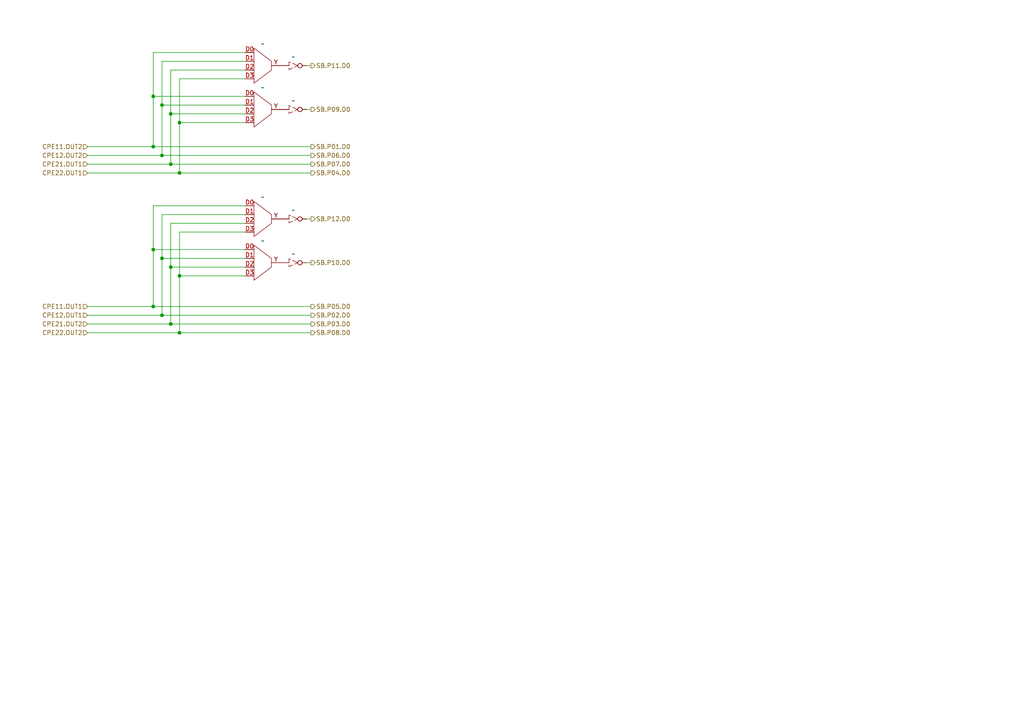
<source format=kicad_sch>
(kicad_sch
	(version 20250114)
	(generator "eeschema")
	(generator_version "9.0")
	(uuid "4e1625c5-cb0b-4f40-8426-42775e024b66")
	(paper "A4")
	(title_block
		(title "Output Multiplexer (1, 1)")
		(date "2025-10-31")
		(rev "1")
		(company "YosysHQ")
	)
	(lib_symbols
		(symbol "NOT_1"
			(exclude_from_sim no)
			(in_bom yes)
			(on_board yes)
			(property "Reference" "U"
				(at 0 0 0)
				(effects
					(font
						(size 1.27 1.27)
					)
				)
			)
			(property "Value" ""
				(at 0 0 0)
				(effects
					(font
						(size 1.27 1.27)
					)
				)
			)
			(property "Footprint" ""
				(at 0 0 0)
				(effects
					(font
						(size 1.27 1.27)
					)
					(hide yes)
				)
			)
			(property "Datasheet" ""
				(at 0 0 0)
				(effects
					(font
						(size 1.27 1.27)
					)
					(hide yes)
				)
			)
			(property "Description" ""
				(at 0 0 0)
				(effects
					(font
						(size 1.27 1.27)
					)
					(hide yes)
				)
			)
			(symbol "NOT_1_0_1"
				(polyline
					(pts
						(xy 1.27 0) (xy -1.27 1.143) (xy -1.27 -1.143) (xy 1.27 0)
					)
					(stroke
						(width 0)
						(type dash)
					)
					(fill
						(type none)
					)
				)
			)
			(symbol "NOT_1_1_1"
				(pin input line
					(at -3.81 0 0)
					(length 2.54)
					(name ""
						(effects
							(font
								(size 1.27 1.27)
							)
						)
					)
					(number ""
						(effects
							(font
								(size 1.27 1.27)
							)
						)
					)
				)
				(pin output inverted
					(at 3.81 0 180)
					(length 2.54)
					(name ""
						(effects
							(font
								(size 1.27 1.27)
							)
						)
					)
					(number ""
						(effects
							(font
								(size 1.27 1.27)
							)
						)
					)
				)
			)
			(embedded_fonts no)
		)
		(symbol "NOT_2"
			(exclude_from_sim no)
			(in_bom yes)
			(on_board yes)
			(property "Reference" "U"
				(at 0 0 0)
				(effects
					(font
						(size 1.27 1.27)
					)
				)
			)
			(property "Value" ""
				(at 0 0 0)
				(effects
					(font
						(size 1.27 1.27)
					)
				)
			)
			(property "Footprint" ""
				(at 0 0 0)
				(effects
					(font
						(size 1.27 1.27)
					)
					(hide yes)
				)
			)
			(property "Datasheet" ""
				(at 0 0 0)
				(effects
					(font
						(size 1.27 1.27)
					)
					(hide yes)
				)
			)
			(property "Description" ""
				(at 0 0 0)
				(effects
					(font
						(size 1.27 1.27)
					)
					(hide yes)
				)
			)
			(symbol "NOT_2_0_1"
				(polyline
					(pts
						(xy 1.27 0) (xy -1.27 1.143) (xy -1.27 -1.143) (xy 1.27 0)
					)
					(stroke
						(width 0)
						(type dash)
					)
					(fill
						(type none)
					)
				)
			)
			(symbol "NOT_2_1_1"
				(pin input line
					(at -3.81 0 0)
					(length 2.54)
					(name ""
						(effects
							(font
								(size 1.27 1.27)
							)
						)
					)
					(number ""
						(effects
							(font
								(size 1.27 1.27)
							)
						)
					)
				)
				(pin output inverted
					(at 3.81 0 180)
					(length 2.54)
					(name ""
						(effects
							(font
								(size 1.27 1.27)
							)
						)
					)
					(number ""
						(effects
							(font
								(size 1.27 1.27)
							)
						)
					)
				)
			)
			(embedded_fonts no)
		)
		(symbol "NOT_3"
			(exclude_from_sim no)
			(in_bom yes)
			(on_board yes)
			(property "Reference" "U"
				(at 0 0 0)
				(effects
					(font
						(size 1.27 1.27)
					)
				)
			)
			(property "Value" ""
				(at 0 0 0)
				(effects
					(font
						(size 1.27 1.27)
					)
				)
			)
			(property "Footprint" ""
				(at 0 0 0)
				(effects
					(font
						(size 1.27 1.27)
					)
					(hide yes)
				)
			)
			(property "Datasheet" ""
				(at 0 0 0)
				(effects
					(font
						(size 1.27 1.27)
					)
					(hide yes)
				)
			)
			(property "Description" ""
				(at 0 0 0)
				(effects
					(font
						(size 1.27 1.27)
					)
					(hide yes)
				)
			)
			(symbol "NOT_3_0_1"
				(polyline
					(pts
						(xy 1.27 0) (xy -1.27 1.143) (xy -1.27 -1.143) (xy 1.27 0)
					)
					(stroke
						(width 0)
						(type dash)
					)
					(fill
						(type none)
					)
				)
			)
			(symbol "NOT_3_1_1"
				(pin input line
					(at -3.81 0 0)
					(length 2.54)
					(name ""
						(effects
							(font
								(size 1.27 1.27)
							)
						)
					)
					(number ""
						(effects
							(font
								(size 1.27 1.27)
							)
						)
					)
				)
				(pin output inverted
					(at 3.81 0 180)
					(length 2.54)
					(name ""
						(effects
							(font
								(size 1.27 1.27)
							)
						)
					)
					(number ""
						(effects
							(font
								(size 1.27 1.27)
							)
						)
					)
				)
			)
			(embedded_fonts no)
		)
		(symbol "prjpeppercorn:MUX4B"
			(exclude_from_sim no)
			(in_bom yes)
			(on_board yes)
			(property "Reference" "M"
				(at 0 -3.81 0)
				(effects
					(font
						(size 1.27 1.27)
					)
				)
			)
			(property "Value" ""
				(at 0 0 0)
				(effects
					(font
						(size 1.27 1.27)
					)
				)
			)
			(property "Footprint" ""
				(at 0 0 0)
				(effects
					(font
						(size 1.27 1.27)
					)
					(hide yes)
				)
			)
			(property "Datasheet" ""
				(at 0 0 0)
				(effects
					(font
						(size 1.27 1.27)
					)
					(hide yes)
				)
			)
			(property "Description" ""
				(at 0 0 0)
				(effects
					(font
						(size 1.27 1.27)
					)
					(hide yes)
				)
			)
			(symbol "MUX4B_0_1"
				(polyline
					(pts
						(xy -2.54 -5.08) (xy -2.54 5.08) (xy 2.54 1.27) (xy 2.54 -1.27) (xy -2.54 -5.08)
					)
					(stroke
						(width 0)
						(type default)
					)
					(fill
						(type none)
					)
				)
			)
			(symbol "MUX4B_1_1"
				(pin input line
					(at -5.08 3.81 0)
					(length 2.54)
					(name ""
						(effects
							(font
								(size 1.27 1.27)
							)
						)
					)
					(number "D0"
						(effects
							(font
								(size 1.27 1.27)
							)
						)
					)
				)
				(pin input line
					(at -5.08 1.27 0)
					(length 2.54)
					(name ""
						(effects
							(font
								(size 1.27 1.27)
							)
						)
					)
					(number "D1"
						(effects
							(font
								(size 1.27 1.27)
							)
						)
					)
				)
				(pin input line
					(at -5.08 -1.27 0)
					(length 2.54)
					(name ""
						(effects
							(font
								(size 1.27 1.27)
							)
						)
					)
					(number "D2"
						(effects
							(font
								(size 1.27 1.27)
							)
						)
					)
				)
				(pin input line
					(at -5.08 -3.81 0)
					(length 2.54)
					(name ""
						(effects
							(font
								(size 1.27 1.27)
							)
						)
					)
					(number "D3"
						(effects
							(font
								(size 1.27 1.27)
							)
						)
					)
				)
				(pin output line
					(at 5.08 0 180)
					(length 2.54)
					(name ""
						(effects
							(font
								(size 1.27 1.27)
							)
						)
					)
					(number "Y"
						(effects
							(font
								(size 1.27 1.27)
							)
						)
					)
				)
			)
			(embedded_fonts no)
		)
		(symbol "prjpeppercorn:NOT"
			(exclude_from_sim no)
			(in_bom yes)
			(on_board yes)
			(property "Reference" "U"
				(at 0 0 0)
				(effects
					(font
						(size 1.27 1.27)
					)
				)
			)
			(property "Value" ""
				(at 0 0 0)
				(effects
					(font
						(size 1.27 1.27)
					)
				)
			)
			(property "Footprint" ""
				(at 0 0 0)
				(effects
					(font
						(size 1.27 1.27)
					)
					(hide yes)
				)
			)
			(property "Datasheet" ""
				(at 0 0 0)
				(effects
					(font
						(size 1.27 1.27)
					)
					(hide yes)
				)
			)
			(property "Description" ""
				(at 0 0 0)
				(effects
					(font
						(size 1.27 1.27)
					)
					(hide yes)
				)
			)
			(symbol "NOT_0_1"
				(polyline
					(pts
						(xy 1.27 0) (xy -1.27 1.143) (xy -1.27 -1.143) (xy 1.27 0)
					)
					(stroke
						(width 0)
						(type dash)
					)
					(fill
						(type none)
					)
				)
			)
			(symbol "NOT_1_1"
				(pin input line
					(at -3.81 0 0)
					(length 2.54)
					(name ""
						(effects
							(font
								(size 1.27 1.27)
							)
						)
					)
					(number ""
						(effects
							(font
								(size 1.27 1.27)
							)
						)
					)
				)
				(pin output inverted
					(at 3.81 0 180)
					(length 2.54)
					(name ""
						(effects
							(font
								(size 1.27 1.27)
							)
						)
					)
					(number ""
						(effects
							(font
								(size 1.27 1.27)
							)
						)
					)
				)
			)
			(embedded_fonts no)
		)
	)
	(junction
		(at 52.07 80.01)
		(diameter 0)
		(color 0 0 0 0)
		(uuid "121f05e3-0e44-42d7-9899-9635e7c70f9a")
	)
	(junction
		(at 44.45 88.9)
		(diameter 0)
		(color 0 0 0 0)
		(uuid "155f0fbf-8b96-4cdc-8c42-331b529d2c17")
	)
	(junction
		(at 46.99 91.44)
		(diameter 0)
		(color 0 0 0 0)
		(uuid "2a472dc7-1142-4190-a0c9-2b2dd2487e8d")
	)
	(junction
		(at 49.53 77.47)
		(diameter 0)
		(color 0 0 0 0)
		(uuid "339d6aee-7564-451d-8f37-6174a3599125")
	)
	(junction
		(at 49.53 47.625)
		(diameter 0)
		(color 0 0 0 0)
		(uuid "38f3f708-c6e6-426a-bce1-b1159986826f")
	)
	(junction
		(at 52.07 96.52)
		(diameter 0)
		(color 0 0 0 0)
		(uuid "45306e99-ce45-433b-a4c7-b21b5fea8153")
	)
	(junction
		(at 44.45 42.545)
		(diameter 0)
		(color 0 0 0 0)
		(uuid "55a44fa7-384c-4e55-aac5-0c24a5281897")
	)
	(junction
		(at 46.99 74.93)
		(diameter 0)
		(color 0 0 0 0)
		(uuid "8da0ad19-b056-4cdf-a90f-5afdfaac8f7b")
	)
	(junction
		(at 52.07 35.56)
		(diameter 0)
		(color 0 0 0 0)
		(uuid "8dd896aa-d228-4516-8716-5f4fc0a77e84")
	)
	(junction
		(at 46.99 45.085)
		(diameter 0)
		(color 0 0 0 0)
		(uuid "9a45283b-473b-4012-8740-011bd28ab895")
	)
	(junction
		(at 44.45 72.39)
		(diameter 0)
		(color 0 0 0 0)
		(uuid "c8818104-7c48-42eb-a3d4-dbe92c1d8783")
	)
	(junction
		(at 49.53 33.02)
		(diameter 0)
		(color 0 0 0 0)
		(uuid "c95169bf-662d-4067-8dfa-8ce8dcfab123")
	)
	(junction
		(at 52.07 50.165)
		(diameter 0)
		(color 0 0 0 0)
		(uuid "dc4a80ce-039b-4822-95ae-fdd5e676e3d7")
	)
	(junction
		(at 44.45 27.94)
		(diameter 0)
		(color 0 0 0 0)
		(uuid "dc61433d-9dfd-4e0f-92d1-823dd52e9895")
	)
	(junction
		(at 46.99 30.48)
		(diameter 0)
		(color 0 0 0 0)
		(uuid "df199471-3ca9-4fe5-98fd-d9cb45e94b59")
	)
	(junction
		(at 49.53 93.98)
		(diameter 0)
		(color 0 0 0 0)
		(uuid "f4dc36b7-cc23-4f5a-965d-4f6bc689f2ba")
	)
	(wire
		(pts
			(xy 49.53 93.98) (xy 90.17 93.98)
		)
		(stroke
			(width 0)
			(type default)
		)
		(uuid "0e041bab-e49e-42f2-89c5-3568b42b7e14")
	)
	(wire
		(pts
			(xy 52.07 96.52) (xy 90.17 96.52)
		)
		(stroke
			(width 0)
			(type default)
		)
		(uuid "14b0991e-89c9-41e9-a889-cffe49234446")
	)
	(wire
		(pts
			(xy 25.4 45.085) (xy 46.99 45.085)
		)
		(stroke
			(width 0)
			(type default)
		)
		(uuid "1592c2d5-b3cc-475c-a06a-373f7c65c7f8")
	)
	(wire
		(pts
			(xy 46.99 91.44) (xy 90.17 91.44)
		)
		(stroke
			(width 0)
			(type default)
		)
		(uuid "15959be6-2852-4baa-ab0e-6eb957176b5c")
	)
	(wire
		(pts
			(xy 25.4 42.545) (xy 44.45 42.545)
		)
		(stroke
			(width 0)
			(type default)
		)
		(uuid "1a47624e-93be-40f2-a422-7f275df14771")
	)
	(wire
		(pts
			(xy 46.99 62.23) (xy 46.99 74.93)
		)
		(stroke
			(width 0)
			(type default)
		)
		(uuid "1a7cd1d4-d87a-42e0-97ca-abcdde60eac4")
	)
	(wire
		(pts
			(xy 88.9 63.5) (xy 90.17 63.5)
		)
		(stroke
			(width 0)
			(type default)
		)
		(uuid "1fb15e66-9516-4358-ac76-9169cfbde1b7")
	)
	(wire
		(pts
			(xy 49.53 47.625) (xy 90.17 47.625)
		)
		(stroke
			(width 0)
			(type default)
		)
		(uuid "204945e5-45bc-4c06-9d4f-6fee81ca643a")
	)
	(wire
		(pts
			(xy 44.45 42.545) (xy 44.45 27.94)
		)
		(stroke
			(width 0)
			(type default)
		)
		(uuid "2214e770-d225-4199-a4f1-98dba265a05a")
	)
	(wire
		(pts
			(xy 52.07 80.01) (xy 52.07 96.52)
		)
		(stroke
			(width 0)
			(type default)
		)
		(uuid "2e672cae-f7de-4504-bbda-a4067f109d9c")
	)
	(wire
		(pts
			(xy 52.07 50.165) (xy 90.17 50.165)
		)
		(stroke
			(width 0)
			(type default)
		)
		(uuid "31b2933c-9b44-4cff-b59e-8e2ee941b673")
	)
	(wire
		(pts
			(xy 44.45 88.9) (xy 44.45 72.39)
		)
		(stroke
			(width 0)
			(type default)
		)
		(uuid "34357ca6-cd4e-425b-88b3-a974b88ef4be")
	)
	(wire
		(pts
			(xy 44.45 27.94) (xy 71.12 27.94)
		)
		(stroke
			(width 0)
			(type default)
		)
		(uuid "3f0069bf-6fed-4320-ae5e-5a12fce6c355")
	)
	(wire
		(pts
			(xy 52.07 22.86) (xy 52.07 35.56)
		)
		(stroke
			(width 0)
			(type default)
		)
		(uuid "4557799d-7ffa-4d9e-b6fe-a1b905b76f92")
	)
	(wire
		(pts
			(xy 46.99 45.085) (xy 90.17 45.085)
		)
		(stroke
			(width 0)
			(type default)
		)
		(uuid "4ec92ff4-a9f4-4cb3-a6cc-960559961d52")
	)
	(wire
		(pts
			(xy 46.99 74.93) (xy 71.12 74.93)
		)
		(stroke
			(width 0)
			(type default)
		)
		(uuid "51dbf3ea-d682-4256-a39e-29c041134cc8")
	)
	(wire
		(pts
			(xy 44.45 72.39) (xy 44.45 59.69)
		)
		(stroke
			(width 0)
			(type default)
		)
		(uuid "59e88b44-f472-4968-ae29-738bc9ce685c")
	)
	(wire
		(pts
			(xy 44.45 88.9) (xy 90.17 88.9)
		)
		(stroke
			(width 0)
			(type default)
		)
		(uuid "5ab67fc4-abf0-42da-b8bc-8690f85652d9")
	)
	(wire
		(pts
			(xy 52.07 80.01) (xy 71.12 80.01)
		)
		(stroke
			(width 0)
			(type default)
		)
		(uuid "5cb5725f-697a-4d2f-ac0c-effa0adf6fd2")
	)
	(wire
		(pts
			(xy 25.4 88.9) (xy 44.45 88.9)
		)
		(stroke
			(width 0)
			(type default)
		)
		(uuid "5d7a1f11-7c1c-4b66-a1c6-0132a4fdd681")
	)
	(wire
		(pts
			(xy 46.99 30.48) (xy 71.12 30.48)
		)
		(stroke
			(width 0)
			(type default)
		)
		(uuid "69ba18ec-8446-4383-b12d-e36c745af724")
	)
	(wire
		(pts
			(xy 71.12 22.86) (xy 52.07 22.86)
		)
		(stroke
			(width 0)
			(type default)
		)
		(uuid "6e95363f-8005-4727-a702-d8821420c0c7")
	)
	(wire
		(pts
			(xy 71.12 67.31) (xy 52.07 67.31)
		)
		(stroke
			(width 0)
			(type default)
		)
		(uuid "7336d21b-bde6-495e-8a8c-2aa96757d9a7")
	)
	(wire
		(pts
			(xy 71.12 64.77) (xy 49.53 64.77)
		)
		(stroke
			(width 0)
			(type default)
		)
		(uuid "748630f8-1acd-41c7-9dad-ee295c265642")
	)
	(wire
		(pts
			(xy 49.53 77.47) (xy 71.12 77.47)
		)
		(stroke
			(width 0)
			(type default)
		)
		(uuid "7510ca23-94ce-4bd0-9126-934320fde38d")
	)
	(wire
		(pts
			(xy 49.53 77.47) (xy 49.53 93.98)
		)
		(stroke
			(width 0)
			(type default)
		)
		(uuid "75ece6f3-cd9a-49b2-9434-88065a99ac47")
	)
	(wire
		(pts
			(xy 25.4 50.165) (xy 52.07 50.165)
		)
		(stroke
			(width 0)
			(type default)
		)
		(uuid "7acac553-c5a7-4684-b536-05bba65d1f3d")
	)
	(wire
		(pts
			(xy 44.45 15.24) (xy 71.12 15.24)
		)
		(stroke
			(width 0)
			(type default)
		)
		(uuid "7d0d86a7-421e-4495-b47b-f22588feb2f3")
	)
	(wire
		(pts
			(xy 88.9 76.2) (xy 90.17 76.2)
		)
		(stroke
			(width 0)
			(type default)
		)
		(uuid "7dc64e90-97c7-43c9-a44b-5e047596e2b8")
	)
	(wire
		(pts
			(xy 44.45 59.69) (xy 71.12 59.69)
		)
		(stroke
			(width 0)
			(type default)
		)
		(uuid "81a32e4a-f454-4409-84ff-a074b2cdd3b1")
	)
	(wire
		(pts
			(xy 25.4 91.44) (xy 46.99 91.44)
		)
		(stroke
			(width 0)
			(type default)
		)
		(uuid "82d66267-27fa-4ac1-b8a9-038a2de3b5e9")
	)
	(wire
		(pts
			(xy 44.45 27.94) (xy 44.45 15.24)
		)
		(stroke
			(width 0)
			(type default)
		)
		(uuid "88280e51-5cc2-4a2a-b9f8-6d592f4c7400")
	)
	(wire
		(pts
			(xy 52.07 35.56) (xy 52.07 50.165)
		)
		(stroke
			(width 0)
			(type default)
		)
		(uuid "978755c3-1cc6-4781-bc0c-d54d42e300b8")
	)
	(wire
		(pts
			(xy 46.99 17.78) (xy 71.12 17.78)
		)
		(stroke
			(width 0)
			(type default)
		)
		(uuid "9830ad51-2c19-4035-97fa-ee3272f031f2")
	)
	(wire
		(pts
			(xy 71.12 20.32) (xy 49.53 20.32)
		)
		(stroke
			(width 0)
			(type default)
		)
		(uuid "9f8bcff0-2594-450d-9e67-f90259b2962c")
	)
	(wire
		(pts
			(xy 49.53 20.32) (xy 49.53 33.02)
		)
		(stroke
			(width 0)
			(type default)
		)
		(uuid "a6c38534-6f7b-4699-ae21-c18090a0abbd")
	)
	(wire
		(pts
			(xy 25.4 93.98) (xy 49.53 93.98)
		)
		(stroke
			(width 0)
			(type default)
		)
		(uuid "ad60588a-3185-4361-89e4-73b685924bcb")
	)
	(wire
		(pts
			(xy 46.99 30.48) (xy 46.99 45.085)
		)
		(stroke
			(width 0)
			(type default)
		)
		(uuid "b262e356-04a4-4d34-bdc9-f9aa9db99643")
	)
	(wire
		(pts
			(xy 25.4 47.625) (xy 49.53 47.625)
		)
		(stroke
			(width 0)
			(type default)
		)
		(uuid "b3416ab7-009c-4dde-8080-7bd7fe805e43")
	)
	(wire
		(pts
			(xy 71.12 62.23) (xy 46.99 62.23)
		)
		(stroke
			(width 0)
			(type default)
		)
		(uuid "b3c4982b-ab0b-4a2a-991c-0057b3983220")
	)
	(wire
		(pts
			(xy 44.45 72.39) (xy 71.12 72.39)
		)
		(stroke
			(width 0)
			(type default)
		)
		(uuid "b5ce1f94-6c0e-467d-aa43-7bb391854b6b")
	)
	(wire
		(pts
			(xy 88.9 19.05) (xy 90.17 19.05)
		)
		(stroke
			(width 0)
			(type default)
		)
		(uuid "b69336cf-7c9e-4dae-a2c5-12d9a200c312")
	)
	(wire
		(pts
			(xy 52.07 67.31) (xy 52.07 80.01)
		)
		(stroke
			(width 0)
			(type default)
		)
		(uuid "b8ab51c8-79d5-419e-b686-55d993725e55")
	)
	(wire
		(pts
			(xy 44.45 42.545) (xy 90.17 42.545)
		)
		(stroke
			(width 0)
			(type default)
		)
		(uuid "ccd277e2-0a26-4cb2-bcdc-2ca738eb6d56")
	)
	(wire
		(pts
			(xy 71.12 33.02) (xy 49.53 33.02)
		)
		(stroke
			(width 0)
			(type default)
		)
		(uuid "d1d284f7-fa9c-4536-8b45-89169984f119")
	)
	(wire
		(pts
			(xy 88.9 31.75) (xy 90.17 31.75)
		)
		(stroke
			(width 0)
			(type default)
		)
		(uuid "d416ab5c-dfbd-4fdb-a1e1-6d1bdbfcbfd5")
	)
	(wire
		(pts
			(xy 46.99 74.93) (xy 46.99 91.44)
		)
		(stroke
			(width 0)
			(type default)
		)
		(uuid "df3de549-f80d-48f9-b7ae-b818aced6810")
	)
	(wire
		(pts
			(xy 71.12 35.56) (xy 52.07 35.56)
		)
		(stroke
			(width 0)
			(type default)
		)
		(uuid "e363ee6a-e1a3-4d09-821a-178ace24f5e0")
	)
	(wire
		(pts
			(xy 46.99 30.48) (xy 46.99 17.78)
		)
		(stroke
			(width 0)
			(type default)
		)
		(uuid "e428a0f5-feb7-4c08-a77b-806b4af81ba3")
	)
	(wire
		(pts
			(xy 25.4 96.52) (xy 52.07 96.52)
		)
		(stroke
			(width 0)
			(type default)
		)
		(uuid "e8a3e1a3-32da-4b1d-ab7f-df3bee4b8b58")
	)
	(wire
		(pts
			(xy 49.53 64.77) (xy 49.53 77.47)
		)
		(stroke
			(width 0)
			(type default)
		)
		(uuid "f23be391-85fb-4411-8b86-4c3a90243f42")
	)
	(wire
		(pts
			(xy 49.53 33.02) (xy 49.53 47.625)
		)
		(stroke
			(width 0)
			(type default)
		)
		(uuid "f6f38626-8ad0-43bf-ba9b-273c9603e9b5")
	)
	(hierarchical_label "SB.P07.D0"
		(shape output)
		(at 90.17 47.625 0)
		(effects
			(font
				(size 1.27 1.27)
			)
			(justify left)
		)
		(uuid "01c64819-d1ba-47fd-b051-4d356b072224")
	)
	(hierarchical_label "CPE21.OUT1"
		(shape input)
		(at 25.4 47.625 180)
		(effects
			(font
				(size 1.27 1.27)
			)
			(justify right)
		)
		(uuid "0738e2cb-7596-42e5-9a0b-1ede76f398ca")
	)
	(hierarchical_label "CPE22.OUT2"
		(shape input)
		(at 25.4 96.52 180)
		(effects
			(font
				(size 1.27 1.27)
			)
			(justify right)
		)
		(uuid "0e419f17-1748-4147-9b6f-bd9bf2600208")
	)
	(hierarchical_label "SB.P12.D0"
		(shape output)
		(at 90.17 63.5 0)
		(effects
			(font
				(size 1.27 1.27)
			)
			(justify left)
		)
		(uuid "1629dbf4-3b50-4243-bf78-3989f8f6c4f8")
	)
	(hierarchical_label "SB.P06.D0"
		(shape output)
		(at 90.17 45.085 0)
		(effects
			(font
				(size 1.27 1.27)
			)
			(justify left)
		)
		(uuid "173a30da-c0f6-4f28-a44b-225b28b7033a")
	)
	(hierarchical_label "CPE22.OUT1"
		(shape input)
		(at 25.4 50.165 180)
		(effects
			(font
				(size 1.27 1.27)
			)
			(justify right)
		)
		(uuid "3ee2fb78-93cc-41a9-bff3-83c797105092")
	)
	(hierarchical_label "SB.P05.D0"
		(shape output)
		(at 90.17 88.9 0)
		(effects
			(font
				(size 1.27 1.27)
			)
			(justify left)
		)
		(uuid "44a08b5a-42ca-41f8-8f13-d224f3efe3fd")
	)
	(hierarchical_label "CPE12.OUT1"
		(shape input)
		(at 25.4 91.44 180)
		(effects
			(font
				(size 1.27 1.27)
			)
			(justify right)
		)
		(uuid "44dab781-f2c8-4c26-aa82-ec6b16fec528")
	)
	(hierarchical_label "SB.P09.D0"
		(shape output)
		(at 90.17 31.75 0)
		(effects
			(font
				(size 1.27 1.27)
			)
			(justify left)
		)
		(uuid "484bd283-94d0-46a5-98b1-bcee4d8fe8b1")
	)
	(hierarchical_label "CPE21.OUT2"
		(shape input)
		(at 25.4 93.98 180)
		(effects
			(font
				(size 1.27 1.27)
			)
			(justify right)
		)
		(uuid "4a968eae-9c01-4c8f-bf29-8d1582f3e929")
	)
	(hierarchical_label "SB.P03.D0"
		(shape output)
		(at 90.17 93.98 0)
		(effects
			(font
				(size 1.27 1.27)
			)
			(justify left)
		)
		(uuid "4e461735-1c05-4c65-86da-f88aacf7c751")
	)
	(hierarchical_label "CPE11.OUT2"
		(shape input)
		(at 25.4 42.545 180)
		(effects
			(font
				(size 1.27 1.27)
			)
			(justify right)
		)
		(uuid "773a0fa0-0210-440e-bd5e-f77fa9dd5d60")
	)
	(hierarchical_label "SB.P02.D0"
		(shape output)
		(at 90.17 91.44 0)
		(effects
			(font
				(size 1.27 1.27)
			)
			(justify left)
		)
		(uuid "7aaee6c2-2a69-4b31-948b-042ddfdac6d6")
	)
	(hierarchical_label "CPE12.OUT2"
		(shape input)
		(at 25.4 45.085 180)
		(effects
			(font
				(size 1.27 1.27)
			)
			(justify right)
		)
		(uuid "95398980-943f-4536-890f-d82bb38a4edb")
	)
	(hierarchical_label "SB.P11.D0"
		(shape output)
		(at 90.17 19.05 0)
		(effects
			(font
				(size 1.27 1.27)
			)
			(justify left)
		)
		(uuid "a00a3c0b-5a96-4d2c-ad83-af70f5784b66")
	)
	(hierarchical_label "SB.P08.D0"
		(shape output)
		(at 90.17 96.52 0)
		(effects
			(font
				(size 1.27 1.27)
			)
			(justify left)
		)
		(uuid "ac8d5e27-41d5-4401-bdac-1af50b081f2a")
	)
	(hierarchical_label "SB.P10.D0"
		(shape output)
		(at 90.17 76.2 0)
		(effects
			(font
				(size 1.27 1.27)
			)
			(justify left)
		)
		(uuid "c87cb2c2-ded7-4ec0-bf5b-abfaaba7ff7f")
	)
	(hierarchical_label "SB.P04.D0"
		(shape output)
		(at 90.17 50.165 0)
		(effects
			(font
				(size 1.27 1.27)
			)
			(justify left)
		)
		(uuid "d0b87740-9a0f-4828-b088-27501f4070ea")
	)
	(hierarchical_label "SB.P01.D0"
		(shape output)
		(at 90.17 42.545 0)
		(effects
			(font
				(size 1.27 1.27)
			)
			(justify left)
		)
		(uuid "dcc31e81-5572-4c5b-a6f4-3b5c459ea4b0")
	)
	(hierarchical_label "CPE11.OUT1"
		(shape input)
		(at 25.4 88.9 180)
		(effects
			(font
				(size 1.27 1.27)
			)
			(justify right)
		)
		(uuid "fd53bd8f-ac06-4600-bc8d-b8834de4c30c")
	)
	(symbol
		(lib_name "NOT_1")
		(lib_id "prjpeppercorn:NOT")
		(at 85.09 76.2 0)
		(unit 1)
		(exclude_from_sim no)
		(in_bom yes)
		(on_board yes)
		(dnp no)
		(fields_autoplaced yes)
		(uuid "40ae6b82-a783-4d78-a5cd-65d65b1c54c2")
		(property "Reference" "U12"
			(at 85.09 71.12 0)
			(effects
				(font
					(size 1.27 1.27)
				)
				(hide yes)
			)
		)
		(property "Value" "~"
			(at 85.09 73.66 0)
			(effects
				(font
					(size 1.27 1.27)
				)
			)
		)
		(property "Footprint" ""
			(at 85.09 76.2 0)
			(effects
				(font
					(size 1.27 1.27)
				)
				(hide yes)
			)
		)
		(property "Datasheet" ""
			(at 85.09 76.2 0)
			(effects
				(font
					(size 1.27 1.27)
				)
				(hide yes)
			)
		)
		(property "Description" ""
			(at 85.09 76.2 0)
			(effects
				(font
					(size 1.27 1.27)
				)
				(hide yes)
			)
		)
		(pin ""
			(uuid "0a225d54-b368-4af6-842b-6fafd846695e")
		)
		(pin ""
			(uuid "3a02070f-65bd-4857-b9df-ae09127454a7")
		)
		(instances
			(project "prjpeppercorn"
				(path "/5a7723f7-3f6f-437e-b958-e402b06d3f54/34831ec2-2eb1-4676-b8e6-3ac5bc5ad32e"
					(reference "U2112")
					(unit 1)
				)
				(path "/5a7723f7-3f6f-437e-b958-e402b06d3f54/7f0a652f-db38-48df-b50d-37a3c6c9c68e"
					(reference "U2120")
					(unit 1)
				)
				(path "/5a7723f7-3f6f-437e-b958-e402b06d3f54/a1bd1bf1-363d-423a-8846-17236a10f502"
					(reference "U2128")
					(unit 1)
				)
				(path "/5a7723f7-3f6f-437e-b958-e402b06d3f54/beb8f9ac-f817-4571-9190-d477fd827e5c"
					(reference "U12")
					(unit 1)
				)
			)
		)
	)
	(symbol
		(lib_name "NOT_3")
		(lib_id "prjpeppercorn:NOT")
		(at 85.09 31.75 0)
		(unit 1)
		(exclude_from_sim no)
		(in_bom yes)
		(on_board yes)
		(dnp no)
		(fields_autoplaced yes)
		(uuid "4fd98406-8c21-42dd-8ab7-dfc67047ab37")
		(property "Reference" "U14"
			(at 85.09 26.67 0)
			(effects
				(font
					(size 1.27 1.27)
				)
				(hide yes)
			)
		)
		(property "Value" "~"
			(at 85.09 29.21 0)
			(effects
				(font
					(size 1.27 1.27)
				)
			)
		)
		(property "Footprint" ""
			(at 85.09 31.75 0)
			(effects
				(font
					(size 1.27 1.27)
				)
				(hide yes)
			)
		)
		(property "Datasheet" ""
			(at 85.09 31.75 0)
			(effects
				(font
					(size 1.27 1.27)
				)
				(hide yes)
			)
		)
		(property "Description" ""
			(at 85.09 31.75 0)
			(effects
				(font
					(size 1.27 1.27)
				)
				(hide yes)
			)
		)
		(pin ""
			(uuid "ff9faa2f-f29c-4495-bcb4-a353eb18efa5")
		)
		(pin ""
			(uuid "572a2e48-bf0d-4299-8d5b-efe30eebd35b")
		)
		(instances
			(project "prjpeppercorn"
				(path "/5a7723f7-3f6f-437e-b958-e402b06d3f54/34831ec2-2eb1-4676-b8e6-3ac5bc5ad32e"
					(reference "U2110")
					(unit 1)
				)
				(path "/5a7723f7-3f6f-437e-b958-e402b06d3f54/7f0a652f-db38-48df-b50d-37a3c6c9c68e"
					(reference "U2118")
					(unit 1)
				)
				(path "/5a7723f7-3f6f-437e-b958-e402b06d3f54/a1bd1bf1-363d-423a-8846-17236a10f502"
					(reference "U2126")
					(unit 1)
				)
				(path "/5a7723f7-3f6f-437e-b958-e402b06d3f54/beb8f9ac-f817-4571-9190-d477fd827e5c"
					(reference "U14")
					(unit 1)
				)
			)
		)
	)
	(symbol
		(lib_id "prjpeppercorn:MUX4B")
		(at 76.2 63.5 0)
		(unit 1)
		(exclude_from_sim no)
		(in_bom yes)
		(on_board yes)
		(dnp no)
		(fields_autoplaced yes)
		(uuid "5cecdf97-b070-4198-8e65-e199f5b0ffee")
		(property "Reference" "M11"
			(at 76.2 54.61 0)
			(effects
				(font
					(size 1.27 1.27)
				)
				(hide yes)
			)
		)
		(property "Value" "~"
			(at 76.2 57.15 0)
			(effects
				(font
					(size 1.27 1.27)
				)
			)
		)
		(property "Footprint" ""
			(at 76.2 63.5 0)
			(effects
				(font
					(size 1.27 1.27)
				)
				(hide yes)
			)
		)
		(property "Datasheet" ""
			(at 76.2 63.5 0)
			(effects
				(font
					(size 1.27 1.27)
				)
				(hide yes)
			)
		)
		(property "Description" ""
			(at 76.2 63.5 0)
			(effects
				(font
					(size 1.27 1.27)
				)
				(hide yes)
			)
		)
		(pin "D2"
			(uuid "ea6de1ed-14ff-4f42-b2f8-e92fc47af1d8")
		)
		(pin "D1"
			(uuid "17d38158-e329-4efd-a52c-54c5fe1e1d57")
		)
		(pin "D0"
			(uuid "9239ac39-af38-473c-a708-5698f7fac383")
		)
		(pin "D3"
			(uuid "f3f8ff5e-02c7-45bf-b7c0-e7cc9e79fbf5")
		)
		(pin "Y"
			(uuid "1f1e26dd-e063-41e1-8602-702fbf875ff4")
		)
		(instances
			(project "prjpeppercorn"
				(path "/5a7723f7-3f6f-437e-b958-e402b06d3f54/34831ec2-2eb1-4676-b8e6-3ac5bc5ad32e"
					(reference "M816")
					(unit 1)
				)
				(path "/5a7723f7-3f6f-437e-b958-e402b06d3f54/7f0a652f-db38-48df-b50d-37a3c6c9c68e"
					(reference "M824")
					(unit 1)
				)
				(path "/5a7723f7-3f6f-437e-b958-e402b06d3f54/a1bd1bf1-363d-423a-8846-17236a10f502"
					(reference "M832")
					(unit 1)
				)
				(path "/5a7723f7-3f6f-437e-b958-e402b06d3f54/beb8f9ac-f817-4571-9190-d477fd827e5c"
					(reference "M11")
					(unit 1)
				)
			)
		)
	)
	(symbol
		(lib_name "NOT_2")
		(lib_id "prjpeppercorn:NOT")
		(at 85.09 19.05 0)
		(unit 1)
		(exclude_from_sim no)
		(in_bom yes)
		(on_board yes)
		(dnp no)
		(fields_autoplaced yes)
		(uuid "68e2a374-9401-4a74-b391-74cc405a980a")
		(property "Reference" "U13"
			(at 85.09 13.97 0)
			(effects
				(font
					(size 1.27 1.27)
				)
				(hide yes)
			)
		)
		(property "Value" "~"
			(at 85.09 16.51 0)
			(effects
				(font
					(size 1.27 1.27)
				)
			)
		)
		(property "Footprint" ""
			(at 85.09 19.05 0)
			(effects
				(font
					(size 1.27 1.27)
				)
				(hide yes)
			)
		)
		(property "Datasheet" ""
			(at 85.09 19.05 0)
			(effects
				(font
					(size 1.27 1.27)
				)
				(hide yes)
			)
		)
		(property "Description" ""
			(at 85.09 19.05 0)
			(effects
				(font
					(size 1.27 1.27)
				)
				(hide yes)
			)
		)
		(pin ""
			(uuid "1665a911-1923-420f-ab34-7135dbee7168")
		)
		(pin ""
			(uuid "9fb531f2-c111-472a-8e89-7de5e6a253c4")
		)
		(instances
			(project "prjpeppercorn"
				(path "/5a7723f7-3f6f-437e-b958-e402b06d3f54/34831ec2-2eb1-4676-b8e6-3ac5bc5ad32e"
					(reference "U2109")
					(unit 1)
				)
				(path "/5a7723f7-3f6f-437e-b958-e402b06d3f54/7f0a652f-db38-48df-b50d-37a3c6c9c68e"
					(reference "U2117")
					(unit 1)
				)
				(path "/5a7723f7-3f6f-437e-b958-e402b06d3f54/a1bd1bf1-363d-423a-8846-17236a10f502"
					(reference "U2125")
					(unit 1)
				)
				(path "/5a7723f7-3f6f-437e-b958-e402b06d3f54/beb8f9ac-f817-4571-9190-d477fd827e5c"
					(reference "U13")
					(unit 1)
				)
			)
		)
	)
	(symbol
		(lib_id "prjpeppercorn:MUX4B")
		(at 76.2 31.75 0)
		(unit 1)
		(exclude_from_sim no)
		(in_bom yes)
		(on_board yes)
		(dnp no)
		(fields_autoplaced yes)
		(uuid "82776097-bab6-4245-9a9f-bbb1b8167173")
		(property "Reference" "M14"
			(at 76.2 22.86 0)
			(effects
				(font
					(size 1.27 1.27)
				)
				(hide yes)
			)
		)
		(property "Value" "~"
			(at 76.2 25.4 0)
			(effects
				(font
					(size 1.27 1.27)
				)
			)
		)
		(property "Footprint" ""
			(at 76.2 31.75 0)
			(effects
				(font
					(size 1.27 1.27)
				)
				(hide yes)
			)
		)
		(property "Datasheet" ""
			(at 76.2 31.75 0)
			(effects
				(font
					(size 1.27 1.27)
				)
				(hide yes)
			)
		)
		(property "Description" ""
			(at 76.2 31.75 0)
			(effects
				(font
					(size 1.27 1.27)
				)
				(hide yes)
			)
		)
		(pin "D2"
			(uuid "ff7b7ebd-00a1-4f57-98e0-556d69ffd32d")
		)
		(pin "D1"
			(uuid "840180ab-7bdf-4af8-b013-6d81f710c351")
		)
		(pin "D0"
			(uuid "d5cd3808-3267-46ab-bc8a-3b9e933972e0")
		)
		(pin "D3"
			(uuid "26eb735d-508e-45c2-be81-a6c94c2ddc68")
		)
		(pin "Y"
			(uuid "7fa98e26-e40f-466b-8265-ef1ce08b233c")
		)
		(instances
			(project "prjpeppercorn"
				(path "/5a7723f7-3f6f-437e-b958-e402b06d3f54/34831ec2-2eb1-4676-b8e6-3ac5bc5ad32e"
					(reference "M815")
					(unit 1)
				)
				(path "/5a7723f7-3f6f-437e-b958-e402b06d3f54/7f0a652f-db38-48df-b50d-37a3c6c9c68e"
					(reference "M823")
					(unit 1)
				)
				(path "/5a7723f7-3f6f-437e-b958-e402b06d3f54/a1bd1bf1-363d-423a-8846-17236a10f502"
					(reference "M831")
					(unit 1)
				)
				(path "/5a7723f7-3f6f-437e-b958-e402b06d3f54/beb8f9ac-f817-4571-9190-d477fd827e5c"
					(reference "M14")
					(unit 1)
				)
			)
		)
	)
	(symbol
		(lib_id "prjpeppercorn:NOT")
		(at 85.09 63.5 0)
		(unit 1)
		(exclude_from_sim no)
		(in_bom yes)
		(on_board yes)
		(dnp no)
		(fields_autoplaced yes)
		(uuid "87da2369-88ab-42f6-90e0-285ac66ecf6f")
		(property "Reference" "U11"
			(at 85.09 58.42 0)
			(effects
				(font
					(size 1.27 1.27)
				)
				(hide yes)
			)
		)
		(property "Value" "~"
			(at 85.09 60.96 0)
			(effects
				(font
					(size 1.27 1.27)
				)
			)
		)
		(property "Footprint" ""
			(at 85.09 63.5 0)
			(effects
				(font
					(size 1.27 1.27)
				)
				(hide yes)
			)
		)
		(property "Datasheet" ""
			(at 85.09 63.5 0)
			(effects
				(font
					(size 1.27 1.27)
				)
				(hide yes)
			)
		)
		(property "Description" ""
			(at 85.09 63.5 0)
			(effects
				(font
					(size 1.27 1.27)
				)
				(hide yes)
			)
		)
		(pin ""
			(uuid "e94befd1-2f9f-4836-98b6-f606a3683c2d")
		)
		(pin ""
			(uuid "eb64fd90-b696-48ec-9473-792c419111f8")
		)
		(instances
			(project "prjpeppercorn"
				(path "/5a7723f7-3f6f-437e-b958-e402b06d3f54/34831ec2-2eb1-4676-b8e6-3ac5bc5ad32e"
					(reference "U2111")
					(unit 1)
				)
				(path "/5a7723f7-3f6f-437e-b958-e402b06d3f54/7f0a652f-db38-48df-b50d-37a3c6c9c68e"
					(reference "U2119")
					(unit 1)
				)
				(path "/5a7723f7-3f6f-437e-b958-e402b06d3f54/a1bd1bf1-363d-423a-8846-17236a10f502"
					(reference "U2127")
					(unit 1)
				)
				(path "/5a7723f7-3f6f-437e-b958-e402b06d3f54/beb8f9ac-f817-4571-9190-d477fd827e5c"
					(reference "U11")
					(unit 1)
				)
			)
		)
	)
	(symbol
		(lib_id "prjpeppercorn:MUX4B")
		(at 76.2 76.2 0)
		(unit 1)
		(exclude_from_sim no)
		(in_bom yes)
		(on_board yes)
		(dnp no)
		(fields_autoplaced yes)
		(uuid "8a8310b9-c978-444e-a169-522cf184efd7")
		(property "Reference" "M12"
			(at 76.2 67.31 0)
			(effects
				(font
					(size 1.27 1.27)
				)
				(hide yes)
			)
		)
		(property "Value" "~"
			(at 76.2 69.85 0)
			(effects
				(font
					(size 1.27 1.27)
				)
			)
		)
		(property "Footprint" ""
			(at 76.2 76.2 0)
			(effects
				(font
					(size 1.27 1.27)
				)
				(hide yes)
			)
		)
		(property "Datasheet" ""
			(at 76.2 76.2 0)
			(effects
				(font
					(size 1.27 1.27)
				)
				(hide yes)
			)
		)
		(property "Description" ""
			(at 76.2 76.2 0)
			(effects
				(font
					(size 1.27 1.27)
				)
				(hide yes)
			)
		)
		(pin "D2"
			(uuid "5acf3126-7240-4f7d-8ba1-ab5f4cc6a25a")
		)
		(pin "D1"
			(uuid "d3b1e3be-c5fc-40c9-ad4a-41a181c21c2f")
		)
		(pin "D0"
			(uuid "4c73b27a-ab12-4038-a979-40f420e4bd3a")
		)
		(pin "D3"
			(uuid "025fecb2-ba42-44a4-8658-6e9224f19d93")
		)
		(pin "Y"
			(uuid "760266e8-b5b8-4bee-a7a7-3ff0740a9c94")
		)
		(instances
			(project "prjpeppercorn"
				(path "/5a7723f7-3f6f-437e-b958-e402b06d3f54/34831ec2-2eb1-4676-b8e6-3ac5bc5ad32e"
					(reference "M817")
					(unit 1)
				)
				(path "/5a7723f7-3f6f-437e-b958-e402b06d3f54/7f0a652f-db38-48df-b50d-37a3c6c9c68e"
					(reference "M825")
					(unit 1)
				)
				(path "/5a7723f7-3f6f-437e-b958-e402b06d3f54/a1bd1bf1-363d-423a-8846-17236a10f502"
					(reference "M833")
					(unit 1)
				)
				(path "/5a7723f7-3f6f-437e-b958-e402b06d3f54/beb8f9ac-f817-4571-9190-d477fd827e5c"
					(reference "M12")
					(unit 1)
				)
			)
		)
	)
	(symbol
		(lib_id "prjpeppercorn:MUX4B")
		(at 76.2 19.05 0)
		(unit 1)
		(exclude_from_sim no)
		(in_bom yes)
		(on_board yes)
		(dnp no)
		(fields_autoplaced yes)
		(uuid "e1ee18f8-a626-46f8-ba04-ab024929109a")
		(property "Reference" "M13"
			(at 76.2 10.16 0)
			(effects
				(font
					(size 1.27 1.27)
				)
				(hide yes)
			)
		)
		(property "Value" "~"
			(at 76.2 12.7 0)
			(effects
				(font
					(size 1.27 1.27)
				)
			)
		)
		(property "Footprint" ""
			(at 76.2 19.05 0)
			(effects
				(font
					(size 1.27 1.27)
				)
				(hide yes)
			)
		)
		(property "Datasheet" ""
			(at 76.2 19.05 0)
			(effects
				(font
					(size 1.27 1.27)
				)
				(hide yes)
			)
		)
		(property "Description" ""
			(at 76.2 19.05 0)
			(effects
				(font
					(size 1.27 1.27)
				)
				(hide yes)
			)
		)
		(pin "D2"
			(uuid "03fa3d8e-586d-4a9a-a236-ac1ec7e1a428")
		)
		(pin "D1"
			(uuid "34876241-1721-4136-8378-2e284b0df7ef")
		)
		(pin "D0"
			(uuid "4eabbe8b-0904-4dec-aecc-552c2acb5add")
		)
		(pin "D3"
			(uuid "2e655637-d109-48c4-bcc7-53c876fe20f4")
		)
		(pin "Y"
			(uuid "d17db9b9-6833-4827-a88c-f91865525e00")
		)
		(instances
			(project "prjpeppercorn"
				(path "/5a7723f7-3f6f-437e-b958-e402b06d3f54/34831ec2-2eb1-4676-b8e6-3ac5bc5ad32e"
					(reference "M814")
					(unit 1)
				)
				(path "/5a7723f7-3f6f-437e-b958-e402b06d3f54/7f0a652f-db38-48df-b50d-37a3c6c9c68e"
					(reference "M822")
					(unit 1)
				)
				(path "/5a7723f7-3f6f-437e-b958-e402b06d3f54/a1bd1bf1-363d-423a-8846-17236a10f502"
					(reference "M830")
					(unit 1)
				)
				(path "/5a7723f7-3f6f-437e-b958-e402b06d3f54/beb8f9ac-f817-4571-9190-d477fd827e5c"
					(reference "M13")
					(unit 1)
				)
			)
		)
	)
)

</source>
